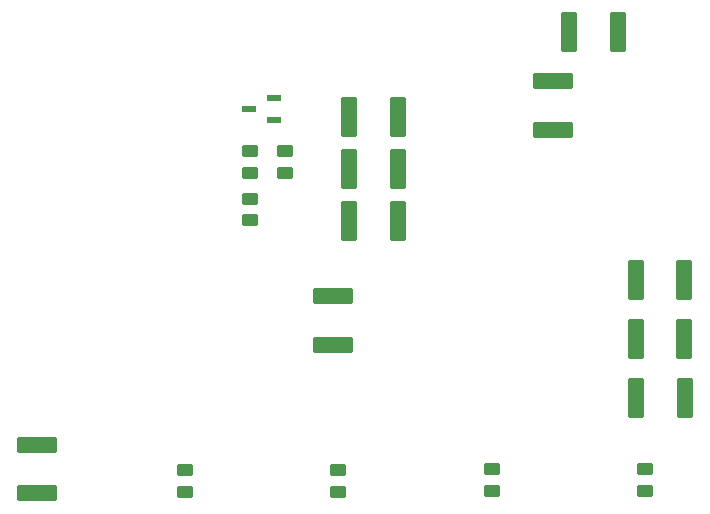
<source format=gtp>
%TF.GenerationSoftware,KiCad,Pcbnew,(6.0.6)*%
%TF.CreationDate,2022-07-07T23:15:42-04:00*%
%TF.ProjectId,Autohelm_ControlPanel,4175746f-6865-46c6-9d5f-436f6e74726f,rev?*%
%TF.SameCoordinates,Original*%
%TF.FileFunction,Paste,Top*%
%TF.FilePolarity,Positive*%
%FSLAX46Y46*%
G04 Gerber Fmt 4.6, Leading zero omitted, Abs format (unit mm)*
G04 Created by KiCad (PCBNEW (6.0.6)) date 2022-07-07 23:15:42*
%MOMM*%
%LPD*%
G01*
G04 APERTURE LIST*
G04 Aperture macros list*
%AMRoundRect*
0 Rectangle with rounded corners*
0 $1 Rounding radius*
0 $2 $3 $4 $5 $6 $7 $8 $9 X,Y pos of 4 corners*
0 Add a 4 corners polygon primitive as box body*
4,1,4,$2,$3,$4,$5,$6,$7,$8,$9,$2,$3,0*
0 Add four circle primitives for the rounded corners*
1,1,$1+$1,$2,$3*
1,1,$1+$1,$4,$5*
1,1,$1+$1,$6,$7*
1,1,$1+$1,$8,$9*
0 Add four rect primitives between the rounded corners*
20,1,$1+$1,$2,$3,$4,$5,0*
20,1,$1+$1,$4,$5,$6,$7,0*
20,1,$1+$1,$6,$7,$8,$9,0*
20,1,$1+$1,$8,$9,$2,$3,0*%
G04 Aperture macros list end*
%ADD10RoundRect,0.250000X-0.450000X0.262500X-0.450000X-0.262500X0.450000X-0.262500X0.450000X0.262500X0*%
%ADD11R,1.300000X0.600000*%
%ADD12RoundRect,0.249999X-0.450001X-1.450001X0.450001X-1.450001X0.450001X1.450001X-0.450001X1.450001X0*%
%ADD13RoundRect,0.250000X0.450000X-0.262500X0.450000X0.262500X-0.450000X0.262500X-0.450000X-0.262500X0*%
%ADD14RoundRect,0.249999X-1.450001X0.450001X-1.450001X-0.450001X1.450001X-0.450001X1.450001X0.450001X0*%
%ADD15RoundRect,0.249999X1.450001X-0.450001X1.450001X0.450001X-1.450001X0.450001X-1.450001X-0.450001X0*%
%ADD16RoundRect,0.249999X0.450001X1.450001X-0.450001X1.450001X-0.450001X-1.450001X0.450001X-1.450001X0*%
G04 APERTURE END LIST*
D10*
%TO.C,R7*%
X132500000Y-79087500D03*
X132500000Y-80912500D03*
%TD*%
D11*
%TO.C,Q1*%
X129450000Y-75500000D03*
X131550000Y-74550000D03*
X131550000Y-76450000D03*
%TD*%
D12*
%TO.C,C8*%
X162250000Y-100000000D03*
X166350000Y-100000000D03*
%TD*%
D13*
%TO.C,R6*%
X163000000Y-107825000D03*
X163000000Y-106000000D03*
%TD*%
D10*
%TO.C,R1*%
X129500000Y-83087500D03*
X129500000Y-84912500D03*
%TD*%
D12*
%TO.C,C6*%
X162200000Y-90000000D03*
X166300000Y-90000000D03*
%TD*%
%TO.C,C5*%
X137950000Y-76200000D03*
X142050000Y-76200000D03*
%TD*%
%TO.C,C7*%
X162200000Y-95000000D03*
X166300000Y-95000000D03*
%TD*%
D13*
%TO.C,R5*%
X150000000Y-107825000D03*
X150000000Y-106000000D03*
%TD*%
%TO.C,R3*%
X124000000Y-107912500D03*
X124000000Y-106087500D03*
%TD*%
D14*
%TO.C,C10*%
X136600000Y-91350000D03*
X136600000Y-95450000D03*
%TD*%
%TO.C,C9*%
X111500000Y-103950000D03*
X111500000Y-108050000D03*
%TD*%
D15*
%TO.C,C12*%
X155200000Y-77250000D03*
X155200000Y-73150000D03*
%TD*%
D10*
%TO.C,R2*%
X129500000Y-79087500D03*
X129500000Y-80912500D03*
%TD*%
D16*
%TO.C,C11*%
X160650000Y-69000000D03*
X156550000Y-69000000D03*
%TD*%
D12*
%TO.C,C3*%
X137950000Y-85000000D03*
X142050000Y-85000000D03*
%TD*%
D13*
%TO.C,R4*%
X137000000Y-107912500D03*
X137000000Y-106087500D03*
%TD*%
D12*
%TO.C,C4*%
X137950000Y-80600000D03*
X142050000Y-80600000D03*
%TD*%
M02*

</source>
